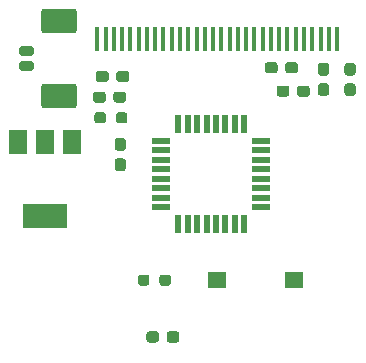
<source format=gbp>
G04 #@! TF.GenerationSoftware,KiCad,Pcbnew,5.1.10-88a1d61d58~90~ubuntu20.04.1*
G04 #@! TF.CreationDate,2021-11-23T17:14:05+00:00*
G04 #@! TF.ProjectId,sketch_v2,736b6574-6368-45f7-9632-2e6b69636164,rev?*
G04 #@! TF.SameCoordinates,Original*
G04 #@! TF.FileFunction,Paste,Bot*
G04 #@! TF.FilePolarity,Positive*
%FSLAX46Y46*%
G04 Gerber Fmt 4.6, Leading zero omitted, Abs format (unit mm)*
G04 Created by KiCad (PCBNEW 5.1.10-88a1d61d58~90~ubuntu20.04.1) date 2021-11-23 17:14:05*
%MOMM*%
%LPD*%
G01*
G04 APERTURE LIST*
%ADD10R,0.350000X2.000000*%
%ADD11R,1.600000X0.550000*%
%ADD12R,0.550000X1.600000*%
%ADD13R,1.500000X1.400000*%
%ADD14R,1.500000X2.000000*%
%ADD15R,3.800000X2.000000*%
G04 APERTURE END LIST*
G36*
G01*
X97349999Y-72850000D02*
X99850001Y-72850000D01*
G75*
G02*
X100100000Y-73099999I0J-249999D01*
G01*
X100100000Y-74700001D01*
G75*
G02*
X99850001Y-74950000I-249999J0D01*
G01*
X97349999Y-74950000D01*
G75*
G02*
X97100000Y-74700001I0J249999D01*
G01*
X97100000Y-73099999D01*
G75*
G02*
X97349999Y-72850000I249999J0D01*
G01*
G37*
G36*
G01*
X97349999Y-66500000D02*
X99850001Y-66500000D01*
G75*
G02*
X100100000Y-66749999I0J-249999D01*
G01*
X100100000Y-68350001D01*
G75*
G02*
X99850001Y-68600000I-249999J0D01*
G01*
X97349999Y-68600000D01*
G75*
G02*
X97100000Y-68350001I0J249999D01*
G01*
X97100000Y-66749999D01*
G75*
G02*
X97349999Y-66500000I249999J0D01*
G01*
G37*
G36*
G01*
X95400000Y-70950000D02*
X96300000Y-70950000D01*
G75*
G02*
X96500000Y-71150000I0J-200000D01*
G01*
X96500000Y-71550000D01*
G75*
G02*
X96300000Y-71750000I-200000J0D01*
G01*
X95400000Y-71750000D01*
G75*
G02*
X95200000Y-71550000I0J200000D01*
G01*
X95200000Y-71150000D01*
G75*
G02*
X95400000Y-70950000I200000J0D01*
G01*
G37*
G36*
G01*
X95400000Y-69700000D02*
X96300000Y-69700000D01*
G75*
G02*
X96500000Y-69900000I0J-200000D01*
G01*
X96500000Y-70300000D01*
G75*
G02*
X96300000Y-70500000I-200000J0D01*
G01*
X95400000Y-70500000D01*
G75*
G02*
X95200000Y-70300000I0J200000D01*
G01*
X95200000Y-69900000D01*
G75*
G02*
X95400000Y-69700000I200000J0D01*
G01*
G37*
G36*
G01*
X102575000Y-75512500D02*
X102575000Y-75987500D01*
G75*
G02*
X102337500Y-76225000I-237500J0D01*
G01*
X101837500Y-76225000D01*
G75*
G02*
X101600000Y-75987500I0J237500D01*
G01*
X101600000Y-75512500D01*
G75*
G02*
X101837500Y-75275000I237500J0D01*
G01*
X102337500Y-75275000D01*
G75*
G02*
X102575000Y-75512500I0J-237500D01*
G01*
G37*
G36*
G01*
X104400000Y-75512500D02*
X104400000Y-75987500D01*
G75*
G02*
X104162500Y-76225000I-237500J0D01*
G01*
X103662500Y-76225000D01*
G75*
G02*
X103425000Y-75987500I0J237500D01*
G01*
X103425000Y-75512500D01*
G75*
G02*
X103662500Y-75275000I237500J0D01*
G01*
X104162500Y-75275000D01*
G75*
G02*
X104400000Y-75512500I0J-237500D01*
G01*
G37*
D10*
X101850000Y-69100000D03*
X102550000Y-69100000D03*
X103250000Y-69100000D03*
X103950000Y-69100000D03*
X104650000Y-69100000D03*
X105350000Y-69100000D03*
X106050000Y-69100000D03*
X106750000Y-69100000D03*
X107450000Y-69100000D03*
X108150000Y-69100000D03*
X108850000Y-69100000D03*
X109550000Y-69100000D03*
X110250000Y-69100000D03*
X110950000Y-69100000D03*
X111650000Y-69100000D03*
X112350000Y-69100000D03*
X113050000Y-69100000D03*
X113750000Y-69100000D03*
X114450000Y-69100000D03*
X115150000Y-69100000D03*
X115850000Y-69100000D03*
X116550000Y-69100000D03*
X117250000Y-69100000D03*
X117950000Y-69100000D03*
X118650000Y-69100000D03*
X119350000Y-69100000D03*
X120050000Y-69100000D03*
X120750000Y-69100000D03*
X121450000Y-69100000D03*
X122150000Y-69100000D03*
G36*
G01*
X121237500Y-72175000D02*
X120762500Y-72175000D01*
G75*
G02*
X120525000Y-71937500I0J237500D01*
G01*
X120525000Y-71337500D01*
G75*
G02*
X120762500Y-71100000I237500J0D01*
G01*
X121237500Y-71100000D01*
G75*
G02*
X121475000Y-71337500I0J-237500D01*
G01*
X121475000Y-71937500D01*
G75*
G02*
X121237500Y-72175000I-237500J0D01*
G01*
G37*
G36*
G01*
X121237500Y-73900000D02*
X120762500Y-73900000D01*
G75*
G02*
X120525000Y-73662500I0J237500D01*
G01*
X120525000Y-73062500D01*
G75*
G02*
X120762500Y-72825000I237500J0D01*
G01*
X121237500Y-72825000D01*
G75*
G02*
X121475000Y-73062500I0J-237500D01*
G01*
X121475000Y-73662500D01*
G75*
G02*
X121237500Y-73900000I-237500J0D01*
G01*
G37*
G36*
G01*
X123012500Y-72825000D02*
X123487500Y-72825000D01*
G75*
G02*
X123725000Y-73062500I0J-237500D01*
G01*
X123725000Y-73662500D01*
G75*
G02*
X123487500Y-73900000I-237500J0D01*
G01*
X123012500Y-73900000D01*
G75*
G02*
X122775000Y-73662500I0J237500D01*
G01*
X122775000Y-73062500D01*
G75*
G02*
X123012500Y-72825000I237500J0D01*
G01*
G37*
G36*
G01*
X123012500Y-71100000D02*
X123487500Y-71100000D01*
G75*
G02*
X123725000Y-71337500I0J-237500D01*
G01*
X123725000Y-71937500D01*
G75*
G02*
X123487500Y-72175000I-237500J0D01*
G01*
X123012500Y-72175000D01*
G75*
G02*
X122775000Y-71937500I0J237500D01*
G01*
X122775000Y-71337500D01*
G75*
G02*
X123012500Y-71100000I237500J0D01*
G01*
G37*
G36*
G01*
X102812500Y-72012500D02*
X102812500Y-72487500D01*
G75*
G02*
X102575000Y-72725000I-237500J0D01*
G01*
X101975000Y-72725000D01*
G75*
G02*
X101737500Y-72487500I0J237500D01*
G01*
X101737500Y-72012500D01*
G75*
G02*
X101975000Y-71775000I237500J0D01*
G01*
X102575000Y-71775000D01*
G75*
G02*
X102812500Y-72012500I0J-237500D01*
G01*
G37*
G36*
G01*
X104537500Y-72012500D02*
X104537500Y-72487500D01*
G75*
G02*
X104300000Y-72725000I-237500J0D01*
G01*
X103700000Y-72725000D01*
G75*
G02*
X103462500Y-72487500I0J237500D01*
G01*
X103462500Y-72012500D01*
G75*
G02*
X103700000Y-71775000I237500J0D01*
G01*
X104300000Y-71775000D01*
G75*
G02*
X104537500Y-72012500I0J-237500D01*
G01*
G37*
G36*
G01*
X102562500Y-73762500D02*
X102562500Y-74237500D01*
G75*
G02*
X102325000Y-74475000I-237500J0D01*
G01*
X101725000Y-74475000D01*
G75*
G02*
X101487500Y-74237500I0J237500D01*
G01*
X101487500Y-73762500D01*
G75*
G02*
X101725000Y-73525000I237500J0D01*
G01*
X102325000Y-73525000D01*
G75*
G02*
X102562500Y-73762500I0J-237500D01*
G01*
G37*
G36*
G01*
X104287500Y-73762500D02*
X104287500Y-74237500D01*
G75*
G02*
X104050000Y-74475000I-237500J0D01*
G01*
X103450000Y-74475000D01*
G75*
G02*
X103212500Y-74237500I0J237500D01*
G01*
X103212500Y-73762500D01*
G75*
G02*
X103450000Y-73525000I237500J0D01*
G01*
X104050000Y-73525000D01*
G75*
G02*
X104287500Y-73762500I0J-237500D01*
G01*
G37*
G36*
G01*
X117762500Y-71737500D02*
X117762500Y-71262500D01*
G75*
G02*
X118000000Y-71025000I237500J0D01*
G01*
X118600000Y-71025000D01*
G75*
G02*
X118837500Y-71262500I0J-237500D01*
G01*
X118837500Y-71737500D01*
G75*
G02*
X118600000Y-71975000I-237500J0D01*
G01*
X118000000Y-71975000D01*
G75*
G02*
X117762500Y-71737500I0J237500D01*
G01*
G37*
G36*
G01*
X116037500Y-71737500D02*
X116037500Y-71262500D01*
G75*
G02*
X116275000Y-71025000I237500J0D01*
G01*
X116875000Y-71025000D01*
G75*
G02*
X117112500Y-71262500I0J-237500D01*
G01*
X117112500Y-71737500D01*
G75*
G02*
X116875000Y-71975000I-237500J0D01*
G01*
X116275000Y-71975000D01*
G75*
G02*
X116037500Y-71737500I0J237500D01*
G01*
G37*
G36*
G01*
X118112500Y-73262500D02*
X118112500Y-73737500D01*
G75*
G02*
X117875000Y-73975000I-237500J0D01*
G01*
X117275000Y-73975000D01*
G75*
G02*
X117037500Y-73737500I0J237500D01*
G01*
X117037500Y-73262500D01*
G75*
G02*
X117275000Y-73025000I237500J0D01*
G01*
X117875000Y-73025000D01*
G75*
G02*
X118112500Y-73262500I0J-237500D01*
G01*
G37*
G36*
G01*
X119837500Y-73262500D02*
X119837500Y-73737500D01*
G75*
G02*
X119600000Y-73975000I-237500J0D01*
G01*
X119000000Y-73975000D01*
G75*
G02*
X118762500Y-73737500I0J237500D01*
G01*
X118762500Y-73262500D01*
G75*
G02*
X119000000Y-73025000I237500J0D01*
G01*
X119600000Y-73025000D01*
G75*
G02*
X119837500Y-73262500I0J-237500D01*
G01*
G37*
G36*
G01*
X107112500Y-89737500D02*
X107112500Y-89262500D01*
G75*
G02*
X107350000Y-89025000I237500J0D01*
G01*
X107850000Y-89025000D01*
G75*
G02*
X108087500Y-89262500I0J-237500D01*
G01*
X108087500Y-89737500D01*
G75*
G02*
X107850000Y-89975000I-237500J0D01*
G01*
X107350000Y-89975000D01*
G75*
G02*
X107112500Y-89737500I0J237500D01*
G01*
G37*
G36*
G01*
X105287500Y-89737500D02*
X105287500Y-89262500D01*
G75*
G02*
X105525000Y-89025000I237500J0D01*
G01*
X106025000Y-89025000D01*
G75*
G02*
X106262500Y-89262500I0J-237500D01*
G01*
X106262500Y-89737500D01*
G75*
G02*
X106025000Y-89975000I-237500J0D01*
G01*
X105525000Y-89975000D01*
G75*
G02*
X105287500Y-89737500I0J237500D01*
G01*
G37*
G36*
G01*
X107725000Y-94537500D02*
X107725000Y-94062500D01*
G75*
G02*
X107962500Y-93825000I237500J0D01*
G01*
X108562500Y-93825000D01*
G75*
G02*
X108800000Y-94062500I0J-237500D01*
G01*
X108800000Y-94537500D01*
G75*
G02*
X108562500Y-94775000I-237500J0D01*
G01*
X107962500Y-94775000D01*
G75*
G02*
X107725000Y-94537500I0J237500D01*
G01*
G37*
G36*
G01*
X106000000Y-94537500D02*
X106000000Y-94062500D01*
G75*
G02*
X106237500Y-93825000I237500J0D01*
G01*
X106837500Y-93825000D01*
G75*
G02*
X107075000Y-94062500I0J-237500D01*
G01*
X107075000Y-94537500D01*
G75*
G02*
X106837500Y-94775000I-237500J0D01*
G01*
X106237500Y-94775000D01*
G75*
G02*
X106000000Y-94537500I0J237500D01*
G01*
G37*
G36*
G01*
X104037500Y-78537500D02*
X103562500Y-78537500D01*
G75*
G02*
X103325000Y-78300000I0J237500D01*
G01*
X103325000Y-77700000D01*
G75*
G02*
X103562500Y-77462500I237500J0D01*
G01*
X104037500Y-77462500D01*
G75*
G02*
X104275000Y-77700000I0J-237500D01*
G01*
X104275000Y-78300000D01*
G75*
G02*
X104037500Y-78537500I-237500J0D01*
G01*
G37*
G36*
G01*
X104037500Y-80262500D02*
X103562500Y-80262500D01*
G75*
G02*
X103325000Y-80025000I0J237500D01*
G01*
X103325000Y-79425000D01*
G75*
G02*
X103562500Y-79187500I237500J0D01*
G01*
X104037500Y-79187500D01*
G75*
G02*
X104275000Y-79425000I0J-237500D01*
G01*
X104275000Y-80025000D01*
G75*
G02*
X104037500Y-80262500I-237500J0D01*
G01*
G37*
D11*
X107250000Y-77700000D03*
X107250000Y-78500000D03*
X107250000Y-79300000D03*
X107250000Y-80100000D03*
X107250000Y-80900000D03*
X107250000Y-81700000D03*
X107250000Y-82500000D03*
X107250000Y-83300000D03*
D12*
X108700000Y-84750000D03*
X109500000Y-84750000D03*
X110300000Y-84750000D03*
X111100000Y-84750000D03*
X111900000Y-84750000D03*
X112700000Y-84750000D03*
X113500000Y-84750000D03*
X114300000Y-84750000D03*
D11*
X115750000Y-83300000D03*
X115750000Y-82500000D03*
X115750000Y-81700000D03*
X115750000Y-80900000D03*
X115750000Y-80100000D03*
X115750000Y-79300000D03*
X115750000Y-78500000D03*
X115750000Y-77700000D03*
D12*
X114300000Y-76250000D03*
X113500000Y-76250000D03*
X112700000Y-76250000D03*
X111900000Y-76250000D03*
X111100000Y-76250000D03*
X110300000Y-76250000D03*
X109500000Y-76250000D03*
X108700000Y-76250000D03*
D13*
X112000000Y-89500000D03*
X118500000Y-89500000D03*
D14*
X95100000Y-77800000D03*
X99700000Y-77800000D03*
X97400000Y-77800000D03*
D15*
X97400000Y-84100000D03*
M02*

</source>
